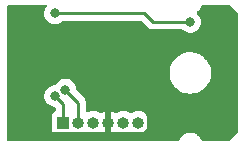
<source format=gbr>
%TF.GenerationSoftware,KiCad,Pcbnew,7.0.5-0*%
%TF.CreationDate,2023-07-03T13:56:25+02:00*%
%TF.ProjectId,Proditor,50726f64-6974-46f7-922e-6b696361645f,rev?*%
%TF.SameCoordinates,Original*%
%TF.FileFunction,Copper,L2,Bot*%
%TF.FilePolarity,Positive*%
%FSLAX46Y46*%
G04 Gerber Fmt 4.6, Leading zero omitted, Abs format (unit mm)*
G04 Created by KiCad (PCBNEW 7.0.5-0) date 2023-07-03 13:56:25*
%MOMM*%
%LPD*%
G01*
G04 APERTURE LIST*
%TA.AperFunction,ComponentPad*%
%ADD10R,1.000000X1.000000*%
%TD*%
%TA.AperFunction,ComponentPad*%
%ADD11O,1.000000X1.000000*%
%TD*%
%TA.AperFunction,ViaPad*%
%ADD12C,0.800000*%
%TD*%
%TA.AperFunction,Conductor*%
%ADD13C,0.250000*%
%TD*%
%TA.AperFunction,Conductor*%
%ADD14C,0.500000*%
%TD*%
G04 APERTURE END LIST*
D10*
%TO.P,J2,1,Pin_1*%
%TO.N,Net-(J2-Pin_1)*%
X147525000Y-93319600D03*
D11*
%TO.P,J2,2,Pin_2*%
%TO.N,Net-(J2-Pin_2)*%
X148795000Y-93319600D03*
%TO.P,J2,3,Pin_3*%
%TO.N,Net-(J2-Pin_3)*%
X150065000Y-93319600D03*
%TO.P,J2,4,Pin_4*%
%TO.N,Net-(J1-GND)*%
X151335000Y-93319600D03*
%TO.P,J2,5,Pin_5*%
%TO.N,Net-(J1-VBUS)*%
X152605000Y-93319600D03*
%TO.P,J2,6,Pin_6*%
%TO.N,Net-(J2-Pin_6)*%
X153875000Y-93319600D03*
%TD*%
D12*
%TO.N,Net-(J2-Pin_1)*%
X146812000Y-91059000D03*
%TO.N,Net-(J2-Pin_2)*%
X147700000Y-90513500D03*
%TO.N,Net-(J1-GND)*%
X146812000Y-86614000D03*
X143205200Y-84683600D03*
X154830000Y-92520000D03*
X143205200Y-92350000D03*
%TO.N,Net-(U1-PA05)*%
X158267400Y-84800000D03*
X146812000Y-84067200D03*
%TD*%
D13*
%TO.N,Net-(J2-Pin_1)*%
X147525000Y-91772000D02*
X146812000Y-91059000D01*
X147525000Y-93319600D02*
X147525000Y-91772000D01*
%TO.N,Net-(J2-Pin_2)*%
X148795000Y-91608500D02*
X148795000Y-93319600D01*
X147700000Y-90513500D02*
X148795000Y-91608500D01*
D14*
%TO.N,Net-(J1-GND)*%
X154825000Y-93975000D02*
X154413600Y-94386400D01*
X143205200Y-84683600D02*
X143205200Y-92350000D01*
X154413600Y-94386400D02*
X151300000Y-94386400D01*
X151300000Y-94386400D02*
X148285200Y-94386400D01*
X151335000Y-91924400D02*
X151335000Y-93319600D01*
X151335000Y-93319600D02*
X151335000Y-94351400D01*
X151335000Y-94351400D02*
X151300000Y-94386400D01*
X146812000Y-86614000D02*
X146812000Y-87401400D01*
X148285200Y-94386400D02*
X148336000Y-94335600D01*
X154825000Y-92525000D02*
X154825000Y-93975000D01*
X143205200Y-92350000D02*
X145241600Y-94386400D01*
X154830000Y-92520000D02*
X154825000Y-92525000D01*
X145241600Y-94386400D02*
X148285200Y-94386400D01*
X146812000Y-87401400D02*
X151335000Y-91924400D01*
D13*
%TO.N,Net-(U1-PA05)*%
X158267400Y-84800000D02*
X155100000Y-84800000D01*
X155100000Y-84800000D02*
X154367200Y-84067200D01*
X154367200Y-84067200D02*
X146812000Y-84067200D01*
%TD*%
%TA.AperFunction,Conductor*%
%TO.N,Net-(J1-GND)*%
G36*
X146068773Y-83331685D02*
G01*
X146114528Y-83384489D01*
X146124472Y-83453647D01*
X146095447Y-83517203D01*
X146093885Y-83518971D01*
X146079466Y-83534985D01*
X145984821Y-83698915D01*
X145984818Y-83698922D01*
X145944353Y-83823462D01*
X145926326Y-83878944D01*
X145906540Y-84067200D01*
X145926326Y-84255456D01*
X145926327Y-84255459D01*
X145984818Y-84435477D01*
X145984821Y-84435484D01*
X146079467Y-84599416D01*
X146181185Y-84712385D01*
X146206129Y-84740088D01*
X146359265Y-84851348D01*
X146359270Y-84851351D01*
X146532192Y-84928342D01*
X146532197Y-84928344D01*
X146717354Y-84967700D01*
X146717355Y-84967700D01*
X146906644Y-84967700D01*
X146906646Y-84967700D01*
X147091803Y-84928344D01*
X147264730Y-84851351D01*
X147417871Y-84740088D01*
X147420788Y-84736847D01*
X147423600Y-84733726D01*
X147483087Y-84697079D01*
X147515748Y-84692700D01*
X154056748Y-84692700D01*
X154123787Y-84712385D01*
X154144429Y-84729019D01*
X154599194Y-85183784D01*
X154609019Y-85196048D01*
X154609240Y-85195866D01*
X154614210Y-85201874D01*
X154663949Y-85248582D01*
X154665316Y-85249906D01*
X154685530Y-85270120D01*
X154691004Y-85274366D01*
X154695442Y-85278156D01*
X154729418Y-85310062D01*
X154729422Y-85310064D01*
X154746973Y-85319713D01*
X154763231Y-85330392D01*
X154779064Y-85342674D01*
X154801015Y-85352172D01*
X154821837Y-85361183D01*
X154827081Y-85363752D01*
X154867908Y-85386197D01*
X154887312Y-85391179D01*
X154905710Y-85397478D01*
X154924105Y-85405438D01*
X154970129Y-85412726D01*
X154975832Y-85413907D01*
X155020981Y-85425500D01*
X155041016Y-85425500D01*
X155060413Y-85427026D01*
X155080196Y-85430160D01*
X155126583Y-85425775D01*
X155132422Y-85425500D01*
X157563652Y-85425500D01*
X157630691Y-85445185D01*
X157655800Y-85466526D01*
X157661526Y-85472885D01*
X157661530Y-85472889D01*
X157814665Y-85584148D01*
X157814670Y-85584151D01*
X157987592Y-85661142D01*
X157987597Y-85661144D01*
X158172754Y-85700500D01*
X158172755Y-85700500D01*
X158362044Y-85700500D01*
X158362046Y-85700500D01*
X158547203Y-85661144D01*
X158720130Y-85584151D01*
X158873271Y-85472888D01*
X158999933Y-85332216D01*
X159094579Y-85168284D01*
X159153074Y-84988256D01*
X159172860Y-84800000D01*
X159153074Y-84611744D01*
X159094579Y-84431716D01*
X158999933Y-84267784D01*
X158873271Y-84127112D01*
X158849136Y-84109577D01*
X158806472Y-84054248D01*
X158800493Y-83984634D01*
X158833099Y-83922839D01*
X158858633Y-83903618D01*
X158871308Y-83890596D01*
X158956920Y-83825946D01*
X158989498Y-83790209D01*
X159002461Y-83777904D01*
X159006663Y-83774455D01*
X159014061Y-83763265D01*
X159081837Y-83688919D01*
X159114572Y-83636050D01*
X159119359Y-83629356D01*
X159125546Y-83621817D01*
X159130061Y-83611034D01*
X159130968Y-83609569D01*
X159179448Y-83531272D01*
X159205521Y-83463968D01*
X159208650Y-83457153D01*
X159213026Y-83448965D01*
X159215071Y-83439318D01*
X159233709Y-83391205D01*
X159276283Y-83335804D01*
X159342051Y-83312214D01*
X159349336Y-83312000D01*
X161524638Y-83312000D01*
X161591677Y-83331685D01*
X161612319Y-83348319D01*
X162301681Y-84037681D01*
X162335166Y-84099004D01*
X162338000Y-84125362D01*
X162338000Y-94055638D01*
X162318315Y-94122677D01*
X162301681Y-94143319D01*
X161612319Y-94832681D01*
X161550996Y-94866166D01*
X161524638Y-94869000D01*
X159333407Y-94869000D01*
X159266368Y-94849315D01*
X159224050Y-94803456D01*
X159208650Y-94774645D01*
X159205512Y-94767807D01*
X159179450Y-94700533D01*
X159179446Y-94700524D01*
X159130060Y-94620763D01*
X159127869Y-94612810D01*
X159119353Y-94602434D01*
X159114567Y-94595742D01*
X159081837Y-94542881D01*
X159073510Y-94533746D01*
X159014063Y-94468536D01*
X159009901Y-94459998D01*
X159002454Y-94453887D01*
X158989482Y-94441573D01*
X158989479Y-94441570D01*
X158956920Y-94405854D01*
X158956919Y-94405853D01*
X158956917Y-94405851D01*
X158871310Y-94341204D01*
X158864950Y-94332634D01*
X158856415Y-94328072D01*
X158840141Y-94317667D01*
X158808950Y-94294112D01*
X158807638Y-94293300D01*
X158800939Y-94288509D01*
X158795557Y-94284092D01*
X158774416Y-94276916D01*
X158706988Y-94243341D01*
X158698358Y-94235340D01*
X158689288Y-94232589D01*
X158670013Y-94224930D01*
X158642977Y-94211468D01*
X158642971Y-94211465D01*
X158642964Y-94211463D01*
X158637635Y-94209399D01*
X158637773Y-94209040D01*
X158621169Y-94202330D01*
X158620699Y-94202078D01*
X158599534Y-94199106D01*
X158527058Y-94178484D01*
X158516253Y-94171668D01*
X158507212Y-94170778D01*
X158485433Y-94166641D01*
X158479539Y-94164964D01*
X158464628Y-94160721D01*
X158459492Y-94160246D01*
X158434940Y-94155436D01*
X158433403Y-94154969D01*
X158413107Y-94155947D01*
X158338068Y-94148994D01*
X158325328Y-94143935D01*
X158316831Y-94144772D01*
X158293243Y-94144840D01*
X158280007Y-94143614D01*
X158280002Y-94143614D01*
X158280000Y-94143614D01*
X158276536Y-94143935D01*
X158266754Y-94144841D01*
X158243166Y-94144772D01*
X158240566Y-94144515D01*
X158221932Y-94148994D01*
X158146892Y-94155948D01*
X158132592Y-94153150D01*
X158125058Y-94155436D01*
X158100508Y-94160246D01*
X158095370Y-94160722D01*
X158095369Y-94160722D01*
X158074569Y-94166640D01*
X158052793Y-94170776D01*
X158049271Y-94171122D01*
X158032939Y-94178485D01*
X157960465Y-94199106D01*
X157945104Y-94198977D01*
X157938830Y-94202331D01*
X157922226Y-94209040D01*
X157922365Y-94209399D01*
X157917031Y-94211464D01*
X157917029Y-94211465D01*
X157917026Y-94211466D01*
X157917022Y-94211468D01*
X157889987Y-94224930D01*
X157870712Y-94232589D01*
X157866556Y-94233849D01*
X157853011Y-94243341D01*
X157785581Y-94276917D01*
X157769744Y-94279739D01*
X157759059Y-94288509D01*
X157752368Y-94293295D01*
X157751052Y-94294109D01*
X157719858Y-94317666D01*
X157703588Y-94328068D01*
X157699184Y-94330422D01*
X157688690Y-94341204D01*
X157603075Y-94405858D01*
X157570519Y-94441570D01*
X157557549Y-94453883D01*
X157553343Y-94457334D01*
X157545936Y-94468537D01*
X157478163Y-94542880D01*
X157478159Y-94542885D01*
X157445438Y-94595732D01*
X157440647Y-94602432D01*
X157434456Y-94609975D01*
X157429940Y-94620762D01*
X157380552Y-94700527D01*
X157380550Y-94700531D01*
X157354491Y-94767797D01*
X157351355Y-94774632D01*
X157335951Y-94803451D01*
X157286990Y-94853296D01*
X157226592Y-94869000D01*
X142904000Y-94869000D01*
X142836961Y-94849315D01*
X142791206Y-94796511D01*
X142780000Y-94745000D01*
X142780000Y-91059000D01*
X145906540Y-91059000D01*
X145926326Y-91247256D01*
X145926327Y-91247259D01*
X145984818Y-91427277D01*
X145984821Y-91427284D01*
X146079467Y-91591216D01*
X146169531Y-91691242D01*
X146206129Y-91731888D01*
X146359265Y-91843148D01*
X146359270Y-91843151D01*
X146532192Y-91920142D01*
X146532197Y-91920144D01*
X146717354Y-91959500D01*
X146775500Y-91959500D01*
X146842539Y-91979185D01*
X146888294Y-92031989D01*
X146899500Y-92083500D01*
X146899500Y-92246133D01*
X146879815Y-92313172D01*
X146827011Y-92358927D01*
X146818836Y-92362314D01*
X146782665Y-92375805D01*
X146667455Y-92462052D01*
X146667452Y-92462055D01*
X146581206Y-92577264D01*
X146581202Y-92577271D01*
X146530908Y-92712117D01*
X146524501Y-92771716D01*
X146524500Y-92771735D01*
X146524500Y-93867470D01*
X146524501Y-93867476D01*
X146530908Y-93927083D01*
X146581202Y-94061928D01*
X146581206Y-94061935D01*
X146667452Y-94177144D01*
X146667455Y-94177147D01*
X146782664Y-94263393D01*
X146782671Y-94263397D01*
X146917517Y-94313691D01*
X146917516Y-94313691D01*
X146924444Y-94314435D01*
X146977127Y-94320100D01*
X148072872Y-94320099D01*
X148132483Y-94313691D01*
X148267331Y-94263396D01*
X148275379Y-94257370D01*
X148340842Y-94232951D01*
X148404474Y-94246495D01*
X148404645Y-94246083D01*
X148406875Y-94247006D01*
X148408146Y-94247277D01*
X148410273Y-94248414D01*
X148598868Y-94305624D01*
X148795000Y-94324941D01*
X148991132Y-94305624D01*
X149179727Y-94248414D01*
X149353538Y-94155510D01*
X149353544Y-94155504D01*
X149358607Y-94152123D01*
X149359703Y-94153764D01*
X149415639Y-94130005D01*
X149484507Y-94141794D01*
X149501148Y-94152488D01*
X149501393Y-94152123D01*
X149506458Y-94155507D01*
X149506462Y-94155510D01*
X149611152Y-94211468D01*
X149678147Y-94247278D01*
X149680273Y-94248414D01*
X149868868Y-94305624D01*
X150065000Y-94324941D01*
X150261132Y-94305624D01*
X150449727Y-94248414D01*
X150623538Y-94155510D01*
X150623544Y-94155504D01*
X150628607Y-94152123D01*
X150629624Y-94153645D01*
X150686021Y-94129684D01*
X150754890Y-94141466D01*
X150771424Y-94152089D01*
X150771678Y-94151710D01*
X150776738Y-94155091D01*
X150950465Y-94247949D01*
X151085000Y-94288759D01*
X151585000Y-94288759D01*
X151719534Y-94247949D01*
X151893259Y-94155092D01*
X151898320Y-94151711D01*
X151899444Y-94153393D01*
X151955203Y-94129686D01*
X152024075Y-94141451D01*
X152041186Y-94152443D01*
X152041399Y-94152126D01*
X152046457Y-94155506D01*
X152046462Y-94155510D01*
X152151152Y-94211468D01*
X152218147Y-94247278D01*
X152220273Y-94248414D01*
X152408868Y-94305624D01*
X152605000Y-94324941D01*
X152801132Y-94305624D01*
X152989727Y-94248414D01*
X153163538Y-94155510D01*
X153163544Y-94155504D01*
X153168607Y-94152123D01*
X153169703Y-94153764D01*
X153225639Y-94130005D01*
X153294507Y-94141794D01*
X153311148Y-94152488D01*
X153311393Y-94152123D01*
X153316458Y-94155507D01*
X153316462Y-94155510D01*
X153421152Y-94211468D01*
X153488147Y-94247278D01*
X153490273Y-94248414D01*
X153678868Y-94305624D01*
X153875000Y-94324941D01*
X154071132Y-94305624D01*
X154259727Y-94248414D01*
X154261853Y-94247278D01*
X154352217Y-94198977D01*
X154433538Y-94155510D01*
X154585883Y-94030483D01*
X154710910Y-93878138D01*
X154803814Y-93704327D01*
X154861024Y-93515732D01*
X154880341Y-93319600D01*
X154861024Y-93123468D01*
X154803814Y-92934873D01*
X154803811Y-92934869D01*
X154803811Y-92934866D01*
X154710913Y-92761067D01*
X154710909Y-92761060D01*
X154585883Y-92608716D01*
X154433539Y-92483690D01*
X154433532Y-92483686D01*
X154259733Y-92390788D01*
X154259727Y-92390786D01*
X154071132Y-92333576D01*
X154071129Y-92333575D01*
X153875000Y-92314259D01*
X153678870Y-92333575D01*
X153490266Y-92390788D01*
X153316467Y-92483686D01*
X153311399Y-92487073D01*
X153310305Y-92485436D01*
X153254337Y-92509196D01*
X153185471Y-92497395D01*
X153168843Y-92486709D01*
X153168601Y-92487073D01*
X153163532Y-92483686D01*
X152989733Y-92390788D01*
X152989727Y-92390786D01*
X152801132Y-92333576D01*
X152801129Y-92333575D01*
X152605000Y-92314259D01*
X152408870Y-92333575D01*
X152220266Y-92390788D01*
X152046467Y-92483686D01*
X152041399Y-92487073D01*
X152040386Y-92485558D01*
X151983936Y-92509520D01*
X151915071Y-92497715D01*
X151898574Y-92487111D01*
X151898322Y-92487490D01*
X151893253Y-92484103D01*
X151719541Y-92391252D01*
X151585000Y-92350439D01*
X151585000Y-94288759D01*
X151085000Y-94288759D01*
X151085000Y-93365249D01*
X151135000Y-93365249D01*
X151174613Y-93447505D01*
X151245992Y-93504427D01*
X151312468Y-93519600D01*
X151357532Y-93519600D01*
X151424008Y-93504427D01*
X151495387Y-93447505D01*
X151535000Y-93365249D01*
X151535000Y-93273951D01*
X151495387Y-93191695D01*
X151424008Y-93134773D01*
X151357532Y-93119600D01*
X151312468Y-93119600D01*
X151245992Y-93134773D01*
X151174613Y-93191695D01*
X151135000Y-93273951D01*
X151135000Y-93365249D01*
X151085000Y-93365249D01*
X151085000Y-92350439D01*
X151084999Y-92350439D01*
X150950458Y-92391252D01*
X150776742Y-92484105D01*
X150771673Y-92487493D01*
X150770556Y-92485821D01*
X150714715Y-92509521D01*
X150645851Y-92497711D01*
X150628811Y-92486758D01*
X150628601Y-92487073D01*
X150623532Y-92483686D01*
X150449733Y-92390788D01*
X150449727Y-92390786D01*
X150261132Y-92333576D01*
X150261129Y-92333575D01*
X150065000Y-92314259D01*
X149868870Y-92333575D01*
X149813278Y-92350439D01*
X149680273Y-92390786D01*
X149680270Y-92390787D01*
X149680268Y-92390788D01*
X149602952Y-92432114D01*
X149534550Y-92446355D01*
X149469306Y-92421354D01*
X149427936Y-92365049D01*
X149420500Y-92322755D01*
X149420500Y-91691242D01*
X149422224Y-91675622D01*
X149421939Y-91675596D01*
X149422673Y-91667833D01*
X149420531Y-91599652D01*
X149420500Y-91597705D01*
X149420500Y-91569154D01*
X149420500Y-91569150D01*
X149419631Y-91562272D01*
X149419172Y-91556443D01*
X149417709Y-91509872D01*
X149412122Y-91490644D01*
X149408174Y-91471584D01*
X149405663Y-91451704D01*
X149388512Y-91408387D01*
X149386619Y-91402858D01*
X149373618Y-91358109D01*
X149373616Y-91358106D01*
X149363423Y-91340871D01*
X149354861Y-91323394D01*
X149347487Y-91304770D01*
X149347486Y-91304768D01*
X149320079Y-91267045D01*
X149316888Y-91262186D01*
X149293172Y-91222083D01*
X149293165Y-91222074D01*
X149279006Y-91207915D01*
X149266368Y-91193119D01*
X149254594Y-91176913D01*
X149218688Y-91147209D01*
X149214376Y-91143286D01*
X148638960Y-90567869D01*
X148605475Y-90506546D01*
X148603323Y-90493168D01*
X148585674Y-90325244D01*
X148527179Y-90145216D01*
X148432533Y-89981284D01*
X148305871Y-89840612D01*
X148305870Y-89840611D01*
X148152734Y-89729351D01*
X148152729Y-89729348D01*
X147979807Y-89652357D01*
X147979802Y-89652355D01*
X147834000Y-89621365D01*
X147794646Y-89613000D01*
X147605354Y-89613000D01*
X147572897Y-89619898D01*
X147420197Y-89652355D01*
X147420192Y-89652357D01*
X147247270Y-89729348D01*
X147247265Y-89729351D01*
X147094129Y-89840611D01*
X146967466Y-89981285D01*
X146900947Y-90096500D01*
X146850380Y-90144715D01*
X146793560Y-90158500D01*
X146717354Y-90158500D01*
X146684897Y-90165398D01*
X146532197Y-90197855D01*
X146532192Y-90197857D01*
X146359270Y-90274848D01*
X146359265Y-90274851D01*
X146206129Y-90386111D01*
X146079466Y-90526785D01*
X145984821Y-90690715D01*
X145984818Y-90690722D01*
X145936639Y-90839003D01*
X145926326Y-90870744D01*
X145906540Y-91059000D01*
X142780000Y-91059000D01*
X142780000Y-89234387D01*
X156523500Y-89234387D01*
X156543794Y-89369023D01*
X156562604Y-89493815D01*
X156562605Y-89493817D01*
X156562606Y-89493823D01*
X156639938Y-89744526D01*
X156753767Y-89980896D01*
X156753768Y-89980897D01*
X156753770Y-89980900D01*
X156753772Y-89980904D01*
X156874855Y-90158500D01*
X156901567Y-90197679D01*
X157080014Y-90390001D01*
X157080018Y-90390004D01*
X157080019Y-90390005D01*
X157285143Y-90553586D01*
X157512357Y-90684768D01*
X157756584Y-90780620D01*
X158012370Y-90839002D01*
X158012376Y-90839002D01*
X158012379Y-90839003D01*
X158208484Y-90853699D01*
X158208503Y-90853699D01*
X158208506Y-90853700D01*
X158208508Y-90853700D01*
X158339492Y-90853700D01*
X158339494Y-90853700D01*
X158339496Y-90853699D01*
X158339515Y-90853699D01*
X158535620Y-90839003D01*
X158535622Y-90839002D01*
X158535630Y-90839002D01*
X158791416Y-90780620D01*
X159035643Y-90684768D01*
X159262857Y-90553586D01*
X159467981Y-90390005D01*
X159646433Y-90197679D01*
X159794228Y-89980904D01*
X159908063Y-89744523D01*
X159985396Y-89493815D01*
X160024500Y-89234382D01*
X160024500Y-88972018D01*
X159985396Y-88712585D01*
X159908063Y-88461877D01*
X159896121Y-88437080D01*
X159794232Y-88225503D01*
X159794231Y-88225502D01*
X159794230Y-88225501D01*
X159794228Y-88225496D01*
X159646433Y-88008721D01*
X159636441Y-87997953D01*
X159467985Y-87816398D01*
X159428533Y-87784936D01*
X159262857Y-87652814D01*
X159035643Y-87521632D01*
X158791416Y-87425780D01*
X158791411Y-87425778D01*
X158791402Y-87425776D01*
X158573818Y-87376114D01*
X158535630Y-87367398D01*
X158535629Y-87367397D01*
X158535625Y-87367397D01*
X158535620Y-87367396D01*
X158339515Y-87352700D01*
X158339494Y-87352700D01*
X158208506Y-87352700D01*
X158208484Y-87352700D01*
X158012379Y-87367396D01*
X158012374Y-87367397D01*
X157756597Y-87425776D01*
X157756578Y-87425782D01*
X157512356Y-87521632D01*
X157285143Y-87652814D01*
X157080014Y-87816398D01*
X156901567Y-88008720D01*
X156753768Y-88225502D01*
X156753767Y-88225503D01*
X156639938Y-88461873D01*
X156562606Y-88712576D01*
X156562605Y-88712581D01*
X156562604Y-88712585D01*
X156547853Y-88810447D01*
X156523500Y-88972012D01*
X156523500Y-89234387D01*
X142780000Y-89234387D01*
X142780000Y-83436000D01*
X142799685Y-83368961D01*
X142852489Y-83323206D01*
X142904000Y-83312000D01*
X146001734Y-83312000D01*
X146068773Y-83331685D01*
G37*
%TD.AperFunction*%
%TD*%
M02*

</source>
